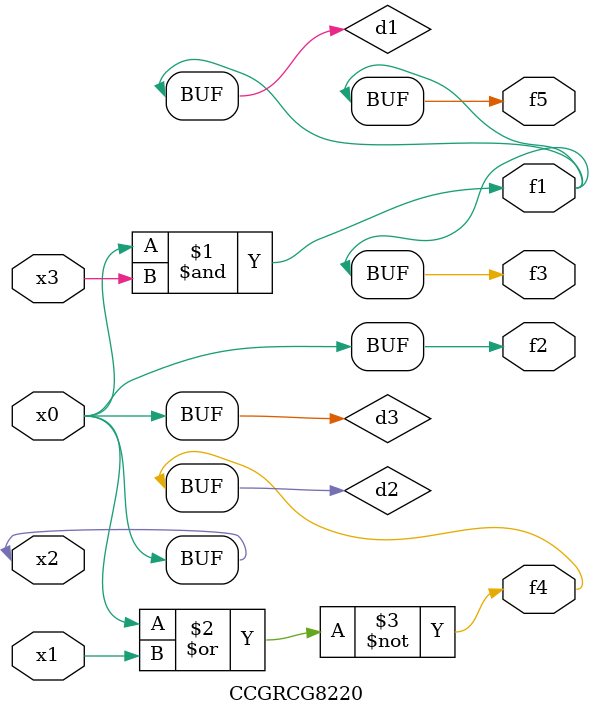
<source format=v>
module CCGRCG8220(
	input x0, x1, x2, x3,
	output f1, f2, f3, f4, f5
);

	wire d1, d2, d3;

	and (d1, x2, x3);
	nor (d2, x0, x1);
	buf (d3, x0, x2);
	assign f1 = d1;
	assign f2 = d3;
	assign f3 = d1;
	assign f4 = d2;
	assign f5 = d1;
endmodule

</source>
